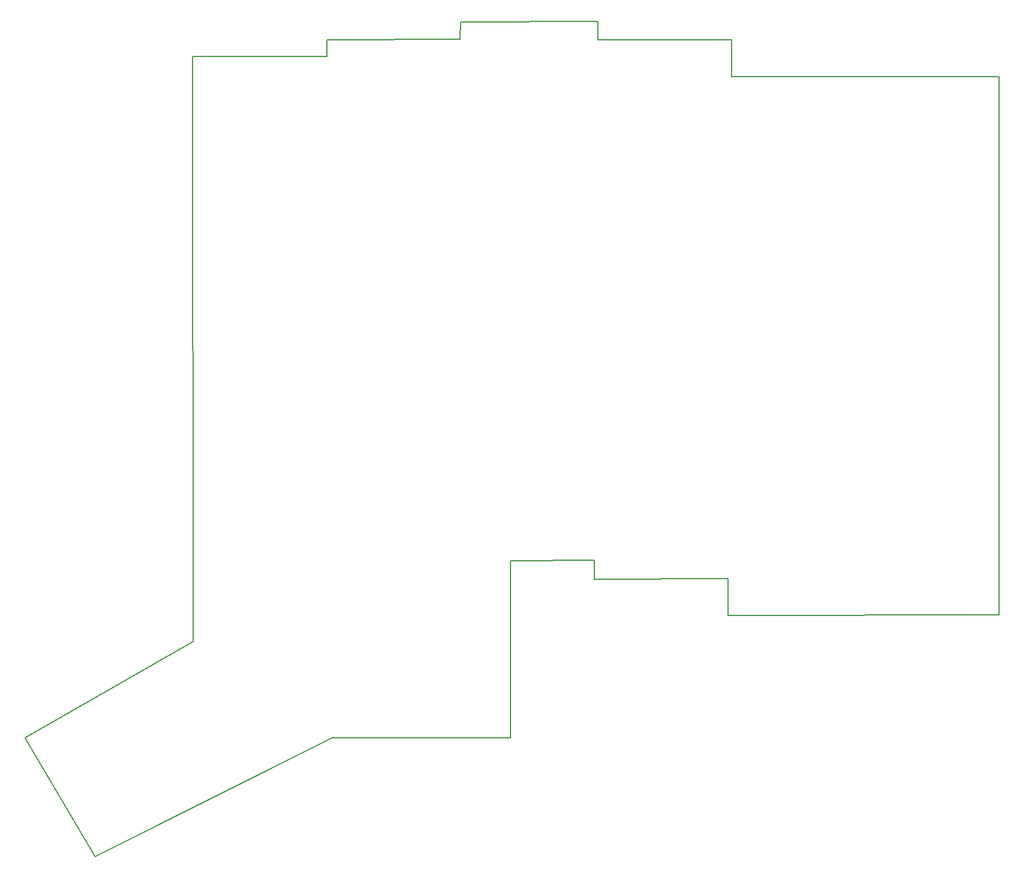
<source format=gts>
G04 #@! TF.GenerationSoftware,KiCad,Pcbnew,(5.1.4)-1*
G04 #@! TF.CreationDate,2021-09-07T00:29:03+08:00*
G04 #@! TF.ProjectId,Split Keeb,53706c69-7420-44b6-9565-622e6b696361,rev?*
G04 #@! TF.SameCoordinates,Original*
G04 #@! TF.FileFunction,Soldermask,Top*
G04 #@! TF.FilePolarity,Negative*
%FSLAX46Y46*%
G04 Gerber Fmt 4.6, Leading zero omitted, Abs format (unit mm)*
G04 Created by KiCad (PCBNEW (5.1.4)-1) date 2021-09-07 00:29:03*
%MOMM*%
%LPD*%
G04 APERTURE LIST*
%ADD10C,0.150000*%
G04 APERTURE END LIST*
D10*
X150444200Y-123926600D02*
X162458400Y-123850400D01*
X124282200Y-52019200D02*
X105206800Y-52070000D01*
X124282200Y-49682400D02*
X124282200Y-52019200D01*
X143306800Y-49555400D02*
X124282200Y-49682400D01*
X143332200Y-47142400D02*
X143306800Y-49555400D01*
X162966400Y-47015400D02*
X143332200Y-47142400D01*
X162941000Y-49682400D02*
X162966400Y-47015400D01*
X181965600Y-49682400D02*
X162941000Y-49682400D01*
X181991000Y-54914800D02*
X181965600Y-49682400D01*
X220116400Y-54889400D02*
X181991000Y-54914800D01*
X220091000Y-131648200D02*
X220116400Y-54889400D01*
X181483000Y-131749800D02*
X220091000Y-131648200D01*
X181457600Y-126466600D02*
X181483000Y-131749800D01*
X162407600Y-126517400D02*
X181457600Y-126466600D01*
X162458400Y-123850400D02*
X162407600Y-126517400D01*
X150444200Y-149148800D02*
X150444200Y-123926600D01*
X125069600Y-149174200D02*
X150444200Y-149148800D01*
X91338400Y-166090600D02*
X125069600Y-149174200D01*
X81305400Y-149148800D02*
X91338400Y-166090600D01*
X105283000Y-135483600D02*
X81305400Y-149148800D01*
X105206800Y-52070000D02*
X105283000Y-135483600D01*
M02*

</source>
